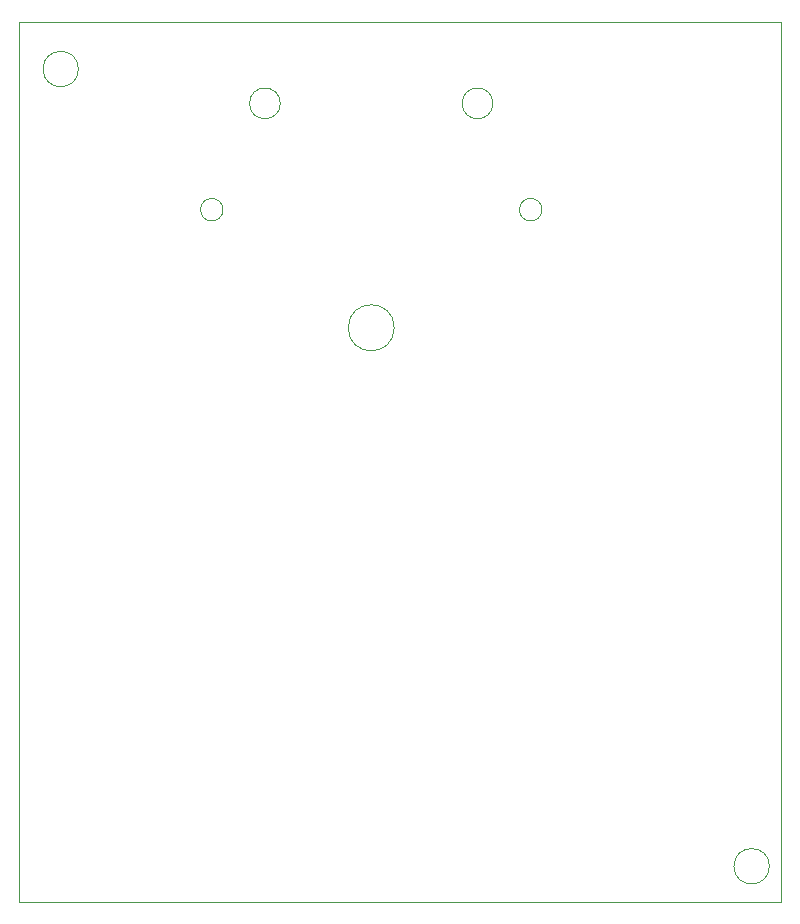
<source format=gbr>
%TF.GenerationSoftware,KiCad,Pcbnew,8.0.8*%
%TF.CreationDate,2025-02-27T23:00:34-08:00*%
%TF.ProjectId,514_final_display_pcb,3531345f-6669-46e6-916c-5f646973706c,rev?*%
%TF.SameCoordinates,Original*%
%TF.FileFunction,Profile,NP*%
%FSLAX46Y46*%
G04 Gerber Fmt 4.6, Leading zero omitted, Abs format (unit mm)*
G04 Created by KiCad (PCBNEW 8.0.8) date 2025-02-27 23:00:34*
%MOMM*%
%LPD*%
G01*
G04 APERTURE LIST*
%TA.AperFunction,Profile*%
%ADD10C,0.050000*%
%TD*%
G04 APERTURE END LIST*
D10*
X78250000Y-53000000D02*
G75*
G02*
X75250000Y-53000000I-1500000J0D01*
G01*
X75250000Y-53000000D02*
G75*
G02*
X78250000Y-53000000I1500000J0D01*
G01*
X73250000Y-49000000D02*
X137750000Y-49000000D01*
X137750000Y-123500000D01*
X73250000Y-123500000D01*
X73250000Y-49000000D01*
X136750000Y-120500000D02*
G75*
G02*
X133750000Y-120500000I-1500000J0D01*
G01*
X133750000Y-120500000D02*
G75*
G02*
X136750000Y-120500000I1500000J0D01*
G01*
%TO.C,M1*%
X90490000Y-64910000D02*
G75*
G02*
X88590000Y-64910000I-950000J0D01*
G01*
X88590000Y-64910000D02*
G75*
G02*
X90490000Y-64910000I950000J0D01*
G01*
X95340000Y-55910000D02*
G75*
G02*
X92740000Y-55910000I-1300000J0D01*
G01*
X92740000Y-55910000D02*
G75*
G02*
X95340000Y-55910000I1300000J0D01*
G01*
X104990000Y-74910000D02*
G75*
G02*
X101090000Y-74910000I-1950000J0D01*
G01*
X101090000Y-74910000D02*
G75*
G02*
X104990000Y-74910000I1950000J0D01*
G01*
X113340000Y-55910000D02*
G75*
G02*
X110740000Y-55910000I-1300000J0D01*
G01*
X110740000Y-55910000D02*
G75*
G02*
X113340000Y-55910000I1300000J0D01*
G01*
X117490000Y-64910000D02*
G75*
G02*
X115590000Y-64910000I-950000J0D01*
G01*
X115590000Y-64910000D02*
G75*
G02*
X117490000Y-64910000I950000J0D01*
G01*
%TD*%
M02*

</source>
